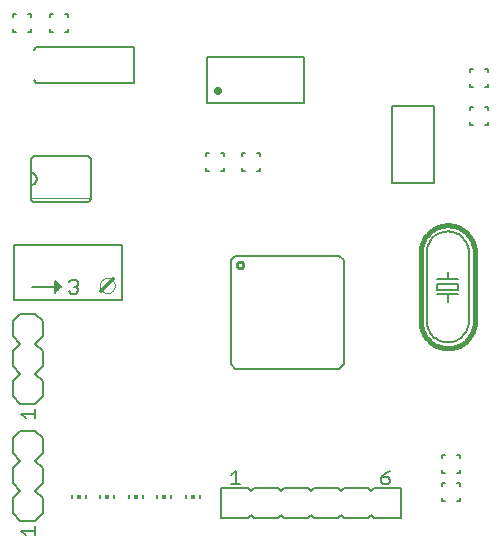
<source format=gto>
G75*
%MOIN*%
%OFA0B0*%
%FSLAX24Y24*%
%IPPOS*%
%LPD*%
%AMOC8*
5,1,8,0,0,1.08239X$1,22.5*
%
%ADD10C,0.0080*%
%ADD11C,0.0100*%
%ADD12R,0.0059X0.0118*%
%ADD13R,0.0118X0.0118*%
%ADD14C,0.0060*%
%ADD15C,0.0050*%
%ADD16C,0.0160*%
%ADD17C,0.0120*%
%ADD18C,0.0020*%
%ADD19C,0.0284*%
D10*
X013120Y009548D02*
X013120Y013012D01*
X013277Y013170D01*
X016742Y013170D01*
X016899Y013012D01*
X016899Y009548D01*
X016742Y009390D01*
X013277Y009390D01*
X013120Y009548D01*
X018510Y015590D02*
X018510Y018170D01*
X019910Y018170D01*
X019910Y015590D01*
X018510Y015590D01*
X009910Y018933D02*
X009910Y020127D01*
X006677Y020127D01*
X006660Y020125D01*
X006643Y020121D01*
X006627Y020114D01*
X006613Y020104D01*
X006600Y020091D01*
X006590Y020077D01*
X006583Y020061D01*
X006579Y020044D01*
X006577Y020027D01*
X006577Y019033D02*
X006579Y019016D01*
X006583Y018999D01*
X006590Y018983D01*
X006600Y018969D01*
X006613Y018956D01*
X006627Y018946D01*
X006643Y018939D01*
X006660Y018935D01*
X006677Y018933D01*
X009910Y018933D01*
D11*
X013324Y012855D02*
X013326Y012875D01*
X013331Y012895D01*
X013341Y012913D01*
X013353Y012930D01*
X013368Y012944D01*
X013386Y012954D01*
X013405Y012962D01*
X013425Y012966D01*
X013445Y012966D01*
X013465Y012962D01*
X013484Y012954D01*
X013502Y012944D01*
X013517Y012930D01*
X013529Y012913D01*
X013539Y012895D01*
X013544Y012875D01*
X013546Y012855D01*
X013544Y012835D01*
X013539Y012815D01*
X013529Y012797D01*
X013517Y012780D01*
X013502Y012766D01*
X013484Y012756D01*
X013465Y012748D01*
X013445Y012744D01*
X013425Y012744D01*
X013405Y012748D01*
X013386Y012756D01*
X013368Y012766D01*
X013353Y012780D01*
X013341Y012797D01*
X013331Y012815D01*
X013326Y012835D01*
X013324Y012855D01*
D12*
X012096Y005121D03*
X011623Y005121D03*
X011146Y005121D03*
X010673Y005121D03*
X010196Y005121D03*
X009723Y005121D03*
X009246Y005121D03*
X008773Y005121D03*
X008296Y005121D03*
X007823Y005121D03*
D13*
X008060Y005121D03*
X009010Y005121D03*
X009960Y005121D03*
X010910Y005121D03*
X011860Y005121D03*
D14*
X006110Y004330D02*
X005860Y004580D01*
X005860Y005080D01*
X006110Y005330D01*
X005860Y005580D01*
X005860Y006080D01*
X006110Y006330D01*
X005860Y006580D01*
X005860Y007080D01*
X006110Y007330D01*
X006610Y007330D01*
X006860Y007080D01*
X006860Y006580D01*
X006610Y006330D01*
X006860Y006080D01*
X006860Y005580D01*
X006610Y005330D01*
X006860Y005080D01*
X006860Y004580D01*
X006610Y004330D01*
X006110Y004330D01*
X006110Y008230D02*
X005860Y008480D01*
X005860Y008980D01*
X006110Y009230D01*
X005860Y009480D01*
X005860Y009980D01*
X006110Y010230D01*
X005860Y010480D01*
X005860Y010980D01*
X006110Y011230D01*
X006610Y011230D01*
X006860Y010980D01*
X006860Y010480D01*
X006610Y010230D01*
X006860Y009980D01*
X006860Y009480D01*
X006610Y009230D01*
X006860Y008980D01*
X006860Y008480D01*
X006610Y008230D01*
X006110Y008230D01*
X005910Y011680D02*
X005910Y013530D01*
X009510Y013530D01*
X009510Y011680D01*
X005910Y011680D01*
X006510Y012130D02*
X007310Y012130D01*
X007310Y011980D01*
X007260Y011930D01*
X007260Y012330D01*
X007310Y012280D01*
X007310Y012130D01*
X007460Y012130D01*
X007410Y012180D01*
X007360Y012230D01*
X007310Y012280D01*
X007360Y012230D02*
X007360Y012030D01*
X007410Y012080D01*
X007410Y012180D01*
X007460Y012130D02*
X007410Y012080D01*
X007360Y012030D02*
X007310Y011980D01*
X006610Y014960D02*
X008310Y014960D01*
X008333Y014962D01*
X008356Y014967D01*
X008378Y014976D01*
X008398Y014989D01*
X008416Y015004D01*
X008431Y015022D01*
X008444Y015042D01*
X008453Y015064D01*
X008458Y015087D01*
X008460Y015110D01*
X008460Y016350D01*
X008458Y016373D01*
X008453Y016396D01*
X008444Y016418D01*
X008431Y016438D01*
X008416Y016456D01*
X008398Y016471D01*
X008378Y016484D01*
X008356Y016493D01*
X008333Y016498D01*
X008310Y016500D01*
X006610Y016500D01*
X006587Y016498D01*
X006564Y016493D01*
X006542Y016484D01*
X006522Y016471D01*
X006504Y016456D01*
X006489Y016438D01*
X006476Y016418D01*
X006467Y016396D01*
X006462Y016373D01*
X006460Y016350D01*
X006460Y015110D01*
X006462Y015087D01*
X006467Y015064D01*
X006476Y015042D01*
X006489Y015022D01*
X006504Y015004D01*
X006522Y014989D01*
X006542Y014976D01*
X006564Y014967D01*
X006587Y014962D01*
X006610Y014960D01*
X006460Y015530D02*
X006487Y015532D01*
X006514Y015537D01*
X006540Y015547D01*
X006564Y015559D01*
X006586Y015575D01*
X006606Y015593D01*
X006623Y015615D01*
X006638Y015638D01*
X006648Y015663D01*
X006656Y015689D01*
X006660Y015716D01*
X006660Y015744D01*
X006656Y015771D01*
X006648Y015797D01*
X006638Y015822D01*
X006623Y015845D01*
X006606Y015867D01*
X006586Y015885D01*
X006564Y015901D01*
X006540Y015913D01*
X006514Y015923D01*
X006487Y015928D01*
X006460Y015930D01*
X006460Y020630D02*
X006460Y020730D01*
X006460Y020630D02*
X006360Y020630D01*
X005960Y020630D02*
X005860Y020630D01*
X005860Y020730D01*
X005860Y021130D02*
X005860Y021230D01*
X005960Y021230D01*
X006360Y021230D02*
X006460Y021230D01*
X006460Y021130D01*
X007110Y021130D02*
X007110Y021230D01*
X007210Y021230D01*
X007610Y021230D02*
X007710Y021230D01*
X007710Y021130D01*
X007710Y020730D02*
X007710Y020630D01*
X007610Y020630D01*
X007210Y020630D02*
X007110Y020630D01*
X007110Y020730D01*
X012310Y016580D02*
X012310Y016480D01*
X012310Y016580D02*
X012410Y016580D01*
X012810Y016580D02*
X012910Y016580D01*
X012910Y016480D01*
X012910Y016080D02*
X012910Y015980D01*
X012810Y015980D01*
X012410Y015980D02*
X012310Y015980D01*
X012310Y016080D01*
X013510Y016080D02*
X013510Y015980D01*
X013610Y015980D01*
X014010Y015980D02*
X014110Y015980D01*
X014110Y016080D01*
X014110Y016480D02*
X014110Y016580D01*
X014010Y016580D01*
X013610Y016580D02*
X013510Y016580D01*
X013510Y016480D01*
X019660Y013280D02*
X019660Y010980D01*
X019662Y010929D01*
X019667Y010878D01*
X019677Y010828D01*
X019690Y010778D01*
X019706Y010730D01*
X019726Y010683D01*
X019750Y010637D01*
X019776Y010594D01*
X019806Y010552D01*
X019839Y010513D01*
X019874Y010476D01*
X019912Y010442D01*
X019953Y010411D01*
X019995Y010382D01*
X020040Y010357D01*
X020086Y010336D01*
X020134Y010317D01*
X020183Y010303D01*
X020233Y010292D01*
X020283Y010284D01*
X020334Y010280D01*
X020386Y010280D01*
X020437Y010284D01*
X020487Y010292D01*
X020537Y010303D01*
X020586Y010317D01*
X020634Y010336D01*
X020680Y010357D01*
X020725Y010382D01*
X020767Y010411D01*
X020808Y010442D01*
X020846Y010476D01*
X020881Y010513D01*
X020914Y010552D01*
X020944Y010594D01*
X020970Y010637D01*
X020994Y010683D01*
X021014Y010730D01*
X021030Y010778D01*
X021043Y010828D01*
X021053Y010878D01*
X021058Y010929D01*
X021060Y010980D01*
X021060Y013280D01*
X021058Y013331D01*
X021053Y013382D01*
X021043Y013432D01*
X021030Y013482D01*
X021014Y013530D01*
X020994Y013577D01*
X020970Y013623D01*
X020944Y013666D01*
X020914Y013708D01*
X020881Y013747D01*
X020846Y013784D01*
X020808Y013818D01*
X020767Y013849D01*
X020725Y013878D01*
X020680Y013903D01*
X020634Y013924D01*
X020586Y013943D01*
X020537Y013957D01*
X020487Y013968D01*
X020437Y013976D01*
X020386Y013980D01*
X020334Y013980D01*
X020283Y013976D01*
X020233Y013968D01*
X020183Y013957D01*
X020134Y013943D01*
X020086Y013924D01*
X020040Y013903D01*
X019995Y013878D01*
X019953Y013849D01*
X019912Y013818D01*
X019874Y013784D01*
X019839Y013747D01*
X019806Y013708D01*
X019776Y013666D01*
X019750Y013623D01*
X019726Y013577D01*
X019706Y013530D01*
X019690Y013482D01*
X019677Y013432D01*
X019667Y013382D01*
X019662Y013331D01*
X019660Y013280D01*
X020360Y012630D02*
X020360Y012380D01*
X020710Y012380D01*
X020710Y012230D02*
X020710Y012030D01*
X020010Y012030D01*
X020010Y012230D01*
X020710Y012230D01*
X020710Y011880D02*
X020360Y011880D01*
X020360Y011630D01*
X020360Y011880D02*
X020010Y011880D01*
X020010Y012380D02*
X020360Y012380D01*
X021110Y017530D02*
X021210Y017530D01*
X021110Y017530D02*
X021110Y017630D01*
X021110Y018030D02*
X021110Y018130D01*
X021210Y018130D01*
X021610Y018130D02*
X021710Y018130D01*
X021710Y018030D01*
X021710Y017630D02*
X021710Y017530D01*
X021610Y017530D01*
X021610Y018780D02*
X021710Y018780D01*
X021710Y018880D01*
X021710Y019280D02*
X021710Y019380D01*
X021610Y019380D01*
X021210Y019380D02*
X021110Y019380D01*
X021110Y019280D01*
X021110Y018880D02*
X021110Y018780D01*
X021210Y018780D01*
X020760Y006530D02*
X020660Y006530D01*
X020760Y006530D02*
X020760Y006430D01*
X020760Y006030D02*
X020760Y005930D01*
X020660Y005930D01*
X020660Y005580D02*
X020760Y005580D01*
X020760Y005480D01*
X020760Y005080D02*
X020760Y004980D01*
X020660Y004980D01*
X020260Y004980D02*
X020160Y004980D01*
X020160Y005080D01*
X020160Y005480D02*
X020160Y005580D01*
X020260Y005580D01*
X020260Y005930D02*
X020160Y005930D01*
X020160Y006030D01*
X020160Y006430D02*
X020160Y006530D01*
X020260Y006530D01*
X018810Y005430D02*
X017910Y005430D01*
X017810Y005330D01*
X017710Y005430D01*
X016910Y005430D01*
X016810Y005330D01*
X016710Y005430D01*
X015910Y005430D01*
X015810Y005330D01*
X015710Y005430D01*
X014910Y005430D01*
X014810Y005330D01*
X014710Y005430D01*
X013910Y005430D01*
X013810Y005330D01*
X013710Y005430D01*
X012810Y005430D01*
X012810Y004430D01*
X013710Y004430D01*
X013810Y004530D01*
X013910Y004430D01*
X014710Y004430D01*
X014810Y004530D01*
X014910Y004430D01*
X015710Y004430D01*
X015810Y004530D01*
X015910Y004430D01*
X016710Y004430D01*
X016810Y004530D01*
X016910Y004430D01*
X017710Y004430D01*
X017810Y004530D01*
X017910Y004430D01*
X018810Y004430D01*
X018810Y005430D01*
D15*
X018435Y005630D02*
X018435Y005705D01*
X018360Y005780D01*
X018135Y005780D01*
X018135Y005630D01*
X018210Y005555D01*
X018360Y005555D01*
X018435Y005630D01*
X018285Y005930D02*
X018135Y005780D01*
X018285Y005930D02*
X018435Y006005D01*
X013435Y005555D02*
X013135Y005555D01*
X013285Y005555D02*
X013285Y006005D01*
X013135Y005855D01*
X007960Y011905D02*
X007810Y011905D01*
X007735Y011980D01*
X007885Y012130D02*
X007960Y012130D01*
X008035Y012055D01*
X008035Y011980D01*
X007960Y011905D01*
X007960Y012130D02*
X008035Y012205D01*
X008035Y012280D01*
X007960Y012355D01*
X007810Y012355D01*
X007735Y012280D01*
X006585Y008055D02*
X006585Y007755D01*
X006585Y007905D02*
X006134Y007905D01*
X006284Y007755D01*
X006585Y004155D02*
X006585Y003855D01*
X006585Y004005D02*
X006134Y004005D01*
X006284Y003855D01*
X012345Y018256D02*
X012345Y019792D01*
X015574Y019792D01*
X015574Y018256D01*
X012345Y018256D01*
D16*
X019460Y013280D02*
X019460Y010980D01*
X019462Y010921D01*
X019468Y010863D01*
X019477Y010804D01*
X019491Y010747D01*
X019508Y010691D01*
X019529Y010636D01*
X019553Y010582D01*
X019581Y010530D01*
X019612Y010480D01*
X019646Y010432D01*
X019683Y010387D01*
X019724Y010344D01*
X019767Y010303D01*
X019812Y010266D01*
X019860Y010232D01*
X019910Y010201D01*
X019962Y010173D01*
X020016Y010149D01*
X020071Y010128D01*
X020127Y010111D01*
X020184Y010097D01*
X020243Y010088D01*
X020301Y010082D01*
X020360Y010080D01*
X020419Y010082D01*
X020477Y010088D01*
X020536Y010097D01*
X020593Y010111D01*
X020649Y010128D01*
X020704Y010149D01*
X020758Y010173D01*
X020810Y010201D01*
X020860Y010232D01*
X020908Y010266D01*
X020953Y010303D01*
X020996Y010344D01*
X021037Y010387D01*
X021074Y010432D01*
X021108Y010480D01*
X021139Y010530D01*
X021167Y010582D01*
X021191Y010636D01*
X021212Y010691D01*
X021229Y010747D01*
X021243Y010804D01*
X021252Y010863D01*
X021258Y010921D01*
X021260Y010980D01*
X021260Y013280D01*
X021258Y013339D01*
X021252Y013397D01*
X021243Y013456D01*
X021229Y013513D01*
X021212Y013569D01*
X021191Y013624D01*
X021167Y013678D01*
X021139Y013730D01*
X021108Y013780D01*
X021074Y013828D01*
X021037Y013873D01*
X020996Y013916D01*
X020953Y013957D01*
X020908Y013994D01*
X020860Y014028D01*
X020810Y014059D01*
X020758Y014087D01*
X020704Y014111D01*
X020649Y014132D01*
X020593Y014149D01*
X020536Y014163D01*
X020477Y014172D01*
X020419Y014178D01*
X020360Y014180D01*
X020301Y014178D01*
X020243Y014172D01*
X020184Y014163D01*
X020127Y014149D01*
X020071Y014132D01*
X020016Y014111D01*
X019962Y014087D01*
X019910Y014059D01*
X019860Y014028D01*
X019812Y013994D01*
X019767Y013957D01*
X019724Y013916D01*
X019683Y013873D01*
X019646Y013828D01*
X019612Y013780D01*
X019581Y013730D01*
X019553Y013678D01*
X019529Y013624D01*
X019508Y013569D01*
X019491Y013513D01*
X019477Y013456D01*
X019468Y013397D01*
X019462Y013339D01*
X019460Y013280D01*
D17*
X009210Y012380D02*
X008810Y011980D01*
D18*
X008760Y012180D02*
X008762Y012211D01*
X008768Y012242D01*
X008778Y012272D01*
X008791Y012300D01*
X008808Y012327D01*
X008828Y012351D01*
X008851Y012373D01*
X008876Y012391D01*
X008904Y012406D01*
X008933Y012418D01*
X008963Y012426D01*
X008994Y012430D01*
X009026Y012430D01*
X009057Y012426D01*
X009087Y012418D01*
X009116Y012406D01*
X009144Y012391D01*
X009169Y012373D01*
X009192Y012351D01*
X009212Y012327D01*
X009229Y012300D01*
X009242Y012272D01*
X009252Y012242D01*
X009258Y012211D01*
X009260Y012180D01*
X009258Y012149D01*
X009252Y012118D01*
X009242Y012088D01*
X009229Y012060D01*
X009212Y012033D01*
X009192Y012009D01*
X009169Y011987D01*
X009144Y011969D01*
X009116Y011954D01*
X009087Y011942D01*
X009057Y011934D01*
X009026Y011930D01*
X008994Y011930D01*
X008963Y011934D01*
X008933Y011942D01*
X008904Y011954D01*
X008876Y011969D01*
X008851Y011987D01*
X008828Y012009D01*
X008808Y012033D01*
X008791Y012060D01*
X008778Y012088D01*
X008768Y012118D01*
X008762Y012149D01*
X008760Y012180D01*
X008460Y015100D02*
X006460Y015100D01*
D19*
X012700Y018650D03*
M02*

</source>
